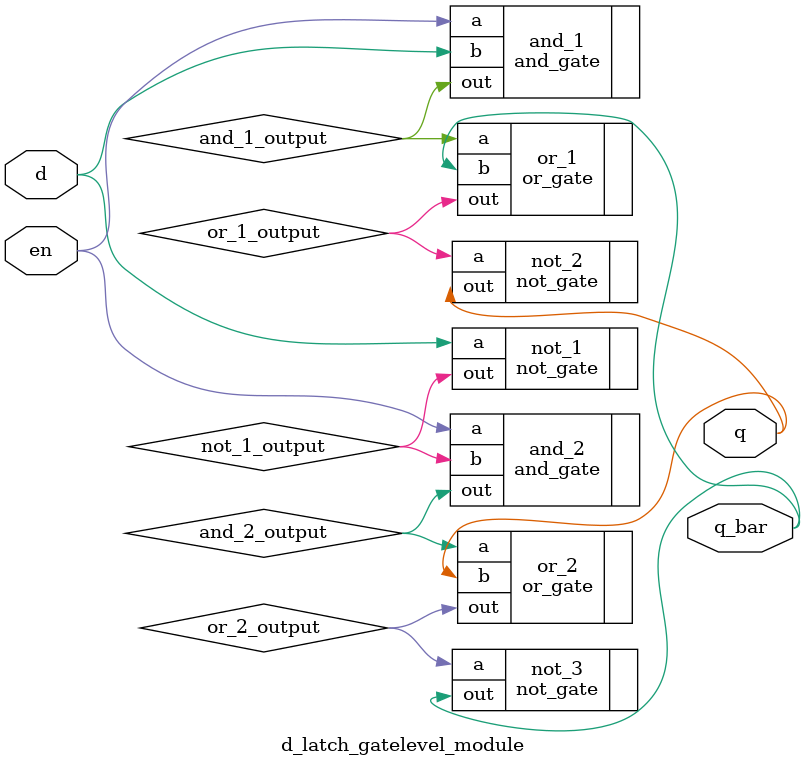
<source format=v>

module d_latch_gatelevel_module (d, en, q, q_bar);
	input d;
	input en; //enable

	output q, q_bar;
	
	wire not_1_output;
	wire and_1_output, and_2_output;
	wire or_1_output, or_2_output;
	
	not_gate not_1(.a(d), .out(not_1_output));

	and_gate and_1(.a(en), .b(d), .out(and_1_output));
	and_gate and_2(.a(en), .b(not_1_output), .out(and_2_output));
	
	or_gate or_1(.a(and_1_output), .b(q_bar), .out(or_1_output));
	or_gate or_2(.a(and_2_output), .b(q), .out(or_2_output));

	not_gate not_2(.a(or_1_output), .out(q));
	not_gate not_3(.a(or_2_output), .out(q_bar));

endmodule

</source>
